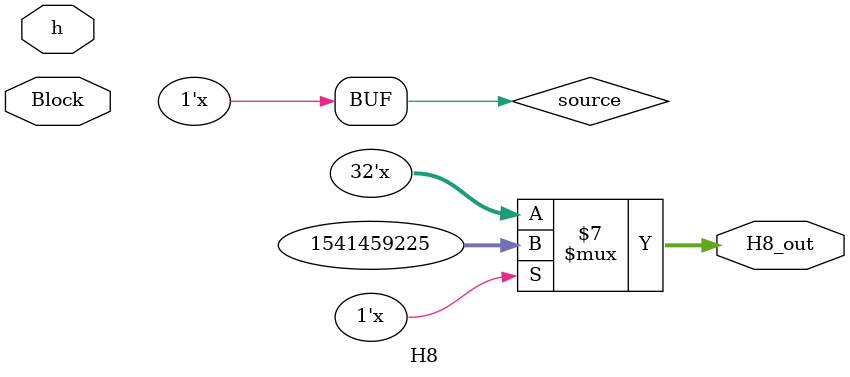
<source format=v>
`timescale 1ns / 1ps
module H8(input Block, input [31:0] h, output reg [31:0] H8_out );

reg source; 
initial
begin
	source = 1;
//	H2_out = 32'hbb67ae85;
end

always @ (Block)
begin
	source = ~source;
	if (source == 0)			begin
			H8_out = 32'h5be0cd19;
		end
	else
		begin
			H8_out = h + H8_out;
		end
		
end

endmodule

</source>
